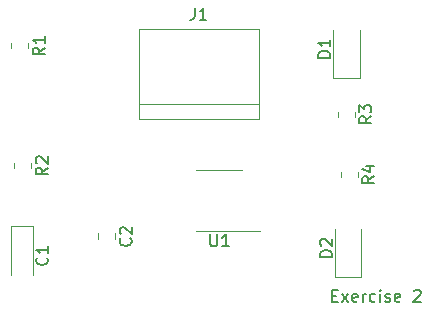
<source format=gbr>
%TF.GenerationSoftware,KiCad,Pcbnew,(6.0.10-0)*%
%TF.CreationDate,2023-02-17T09:13:00-08:00*%
%TF.ProjectId,lab4_Exercise2,6c616234-5f45-4786-9572-63697365322e,rev?*%
%TF.SameCoordinates,Original*%
%TF.FileFunction,Legend,Top*%
%TF.FilePolarity,Positive*%
%FSLAX46Y46*%
G04 Gerber Fmt 4.6, Leading zero omitted, Abs format (unit mm)*
G04 Created by KiCad (PCBNEW (6.0.10-0)) date 2023-02-17 09:13:00*
%MOMM*%
%LPD*%
G01*
G04 APERTURE LIST*
%ADD10C,0.150000*%
%ADD11C,0.120000*%
G04 APERTURE END LIST*
D10*
X156305714Y-98988571D02*
X156639047Y-98988571D01*
X156781904Y-99512380D02*
X156305714Y-99512380D01*
X156305714Y-98512380D01*
X156781904Y-98512380D01*
X157115238Y-99512380D02*
X157639047Y-98845714D01*
X157115238Y-98845714D02*
X157639047Y-99512380D01*
X158400952Y-99464761D02*
X158305714Y-99512380D01*
X158115238Y-99512380D01*
X158020000Y-99464761D01*
X157972380Y-99369523D01*
X157972380Y-98988571D01*
X158020000Y-98893333D01*
X158115238Y-98845714D01*
X158305714Y-98845714D01*
X158400952Y-98893333D01*
X158448571Y-98988571D01*
X158448571Y-99083809D01*
X157972380Y-99179047D01*
X158877142Y-99512380D02*
X158877142Y-98845714D01*
X158877142Y-99036190D02*
X158924761Y-98940952D01*
X158972380Y-98893333D01*
X159067619Y-98845714D01*
X159162857Y-98845714D01*
X159924761Y-99464761D02*
X159829523Y-99512380D01*
X159639047Y-99512380D01*
X159543809Y-99464761D01*
X159496190Y-99417142D01*
X159448571Y-99321904D01*
X159448571Y-99036190D01*
X159496190Y-98940952D01*
X159543809Y-98893333D01*
X159639047Y-98845714D01*
X159829523Y-98845714D01*
X159924761Y-98893333D01*
X160353333Y-99512380D02*
X160353333Y-98845714D01*
X160353333Y-98512380D02*
X160305714Y-98560000D01*
X160353333Y-98607619D01*
X160400952Y-98560000D01*
X160353333Y-98512380D01*
X160353333Y-98607619D01*
X160781904Y-99464761D02*
X160877142Y-99512380D01*
X161067619Y-99512380D01*
X161162857Y-99464761D01*
X161210476Y-99369523D01*
X161210476Y-99321904D01*
X161162857Y-99226666D01*
X161067619Y-99179047D01*
X160924761Y-99179047D01*
X160829523Y-99131428D01*
X160781904Y-99036190D01*
X160781904Y-98988571D01*
X160829523Y-98893333D01*
X160924761Y-98845714D01*
X161067619Y-98845714D01*
X161162857Y-98893333D01*
X162020000Y-99464761D02*
X161924761Y-99512380D01*
X161734285Y-99512380D01*
X161639047Y-99464761D01*
X161591428Y-99369523D01*
X161591428Y-98988571D01*
X161639047Y-98893333D01*
X161734285Y-98845714D01*
X161924761Y-98845714D01*
X162020000Y-98893333D01*
X162067619Y-98988571D01*
X162067619Y-99083809D01*
X161591428Y-99179047D01*
X163210476Y-98607619D02*
X163258095Y-98560000D01*
X163353333Y-98512380D01*
X163591428Y-98512380D01*
X163686666Y-98560000D01*
X163734285Y-98607619D01*
X163781904Y-98702857D01*
X163781904Y-98798095D01*
X163734285Y-98940952D01*
X163162857Y-99512380D01*
X163781904Y-99512380D01*
%TO.C,D1*%
X156112380Y-78848095D02*
X155112380Y-78848095D01*
X155112380Y-78610000D01*
X155160000Y-78467142D01*
X155255238Y-78371904D01*
X155350476Y-78324285D01*
X155540952Y-78276666D01*
X155683809Y-78276666D01*
X155874285Y-78324285D01*
X155969523Y-78371904D01*
X156064761Y-78467142D01*
X156112380Y-78610000D01*
X156112380Y-78848095D01*
X156112380Y-77324285D02*
X156112380Y-77895714D01*
X156112380Y-77610000D02*
X155112380Y-77610000D01*
X155255238Y-77705238D01*
X155350476Y-77800476D01*
X155398095Y-77895714D01*
%TO.C,R2*%
X132192380Y-88158410D02*
X131716190Y-88491744D01*
X132192380Y-88729839D02*
X131192380Y-88729839D01*
X131192380Y-88348886D01*
X131240000Y-88253648D01*
X131287619Y-88206029D01*
X131382857Y-88158410D01*
X131525714Y-88158410D01*
X131620952Y-88206029D01*
X131668571Y-88253648D01*
X131716190Y-88348886D01*
X131716190Y-88729839D01*
X131287619Y-87777458D02*
X131240000Y-87729839D01*
X131192380Y-87634601D01*
X131192380Y-87396505D01*
X131240000Y-87301267D01*
X131287619Y-87253648D01*
X131382857Y-87206029D01*
X131478095Y-87206029D01*
X131620952Y-87253648D01*
X132192380Y-87825077D01*
X132192380Y-87206029D01*
%TO.C,R4*%
X159832380Y-88896666D02*
X159356190Y-89230000D01*
X159832380Y-89468095D02*
X158832380Y-89468095D01*
X158832380Y-89087142D01*
X158880000Y-88991904D01*
X158927619Y-88944285D01*
X159022857Y-88896666D01*
X159165714Y-88896666D01*
X159260952Y-88944285D01*
X159308571Y-88991904D01*
X159356190Y-89087142D01*
X159356190Y-89468095D01*
X159165714Y-88039523D02*
X159832380Y-88039523D01*
X158784761Y-88277619D02*
X159499047Y-88515714D01*
X159499047Y-87896666D01*
%TO.C,R3*%
X159582380Y-83816666D02*
X159106190Y-84150000D01*
X159582380Y-84388095D02*
X158582380Y-84388095D01*
X158582380Y-84007142D01*
X158630000Y-83911904D01*
X158677619Y-83864285D01*
X158772857Y-83816666D01*
X158915714Y-83816666D01*
X159010952Y-83864285D01*
X159058571Y-83911904D01*
X159106190Y-84007142D01*
X159106190Y-84388095D01*
X158582380Y-83483333D02*
X158582380Y-82864285D01*
X158963333Y-83197619D01*
X158963333Y-83054761D01*
X159010952Y-82959523D01*
X159058571Y-82911904D01*
X159153809Y-82864285D01*
X159391904Y-82864285D01*
X159487142Y-82911904D01*
X159534761Y-82959523D01*
X159582380Y-83054761D01*
X159582380Y-83340476D01*
X159534761Y-83435714D01*
X159487142Y-83483333D01*
%TO.C,U1*%
X145968095Y-93804880D02*
X145968095Y-94614404D01*
X146015714Y-94709642D01*
X146063333Y-94757261D01*
X146158571Y-94804880D01*
X146349047Y-94804880D01*
X146444285Y-94757261D01*
X146491904Y-94709642D01*
X146539523Y-94614404D01*
X146539523Y-93804880D01*
X147539523Y-94804880D02*
X146968095Y-94804880D01*
X147253809Y-94804880D02*
X147253809Y-93804880D01*
X147158571Y-93947738D01*
X147063333Y-94042976D01*
X146968095Y-94090595D01*
%TO.C,R1*%
X131927380Y-77998410D02*
X131451190Y-78331744D01*
X131927380Y-78569839D02*
X130927380Y-78569839D01*
X130927380Y-78188886D01*
X130975000Y-78093648D01*
X131022619Y-78046029D01*
X131117857Y-77998410D01*
X131260714Y-77998410D01*
X131355952Y-78046029D01*
X131403571Y-78093648D01*
X131451190Y-78188886D01*
X131451190Y-78569839D01*
X131927380Y-77046029D02*
X131927380Y-77617458D01*
X131927380Y-77331744D02*
X130927380Y-77331744D01*
X131070238Y-77426982D01*
X131165476Y-77522220D01*
X131213095Y-77617458D01*
%TO.C,J1*%
X144636666Y-74632380D02*
X144636666Y-75346666D01*
X144589047Y-75489523D01*
X144493809Y-75584761D01*
X144350952Y-75632380D01*
X144255714Y-75632380D01*
X145636666Y-75632380D02*
X145065238Y-75632380D01*
X145350952Y-75632380D02*
X145350952Y-74632380D01*
X145255714Y-74775238D01*
X145160476Y-74870476D01*
X145065238Y-74918095D01*
%TO.C,D2*%
X156252380Y-95718095D02*
X155252380Y-95718095D01*
X155252380Y-95480000D01*
X155300000Y-95337142D01*
X155395238Y-95241904D01*
X155490476Y-95194285D01*
X155680952Y-95146666D01*
X155823809Y-95146666D01*
X156014285Y-95194285D01*
X156109523Y-95241904D01*
X156204761Y-95337142D01*
X156252380Y-95480000D01*
X156252380Y-95718095D01*
X155347619Y-94765714D02*
X155300000Y-94718095D01*
X155252380Y-94622857D01*
X155252380Y-94384761D01*
X155300000Y-94289523D01*
X155347619Y-94241904D01*
X155442857Y-94194285D01*
X155538095Y-94194285D01*
X155680952Y-94241904D01*
X156252380Y-94813333D01*
X156252380Y-94194285D01*
%TO.C,C1*%
X132132142Y-95778410D02*
X132179761Y-95826029D01*
X132227380Y-95968886D01*
X132227380Y-96064124D01*
X132179761Y-96206982D01*
X132084523Y-96302220D01*
X131989285Y-96349839D01*
X131798809Y-96397458D01*
X131655952Y-96397458D01*
X131465476Y-96349839D01*
X131370238Y-96302220D01*
X131275000Y-96206982D01*
X131227380Y-96064124D01*
X131227380Y-95968886D01*
X131275000Y-95826029D01*
X131322619Y-95778410D01*
X132227380Y-94826029D02*
X132227380Y-95397458D01*
X132227380Y-95111744D02*
X131227380Y-95111744D01*
X131370238Y-95206982D01*
X131465476Y-95302220D01*
X131513095Y-95397458D01*
%TO.C,C2*%
X139197142Y-94146666D02*
X139244761Y-94194285D01*
X139292380Y-94337142D01*
X139292380Y-94432380D01*
X139244761Y-94575238D01*
X139149523Y-94670476D01*
X139054285Y-94718095D01*
X138863809Y-94765714D01*
X138720952Y-94765714D01*
X138530476Y-94718095D01*
X138435238Y-94670476D01*
X138340000Y-94575238D01*
X138292380Y-94432380D01*
X138292380Y-94337142D01*
X138340000Y-94194285D01*
X138387619Y-94146666D01*
X138387619Y-93765714D02*
X138340000Y-93718095D01*
X138292380Y-93622857D01*
X138292380Y-93384761D01*
X138340000Y-93289523D01*
X138387619Y-93241904D01*
X138482857Y-93194285D01*
X138578095Y-93194285D01*
X138720952Y-93241904D01*
X139292380Y-93813333D01*
X139292380Y-93194285D01*
D11*
%TO.C,D1*%
X158615000Y-80570000D02*
X158615000Y-76510000D01*
X156345000Y-76510000D02*
X156345000Y-80570000D01*
X156345000Y-80570000D02*
X158615000Y-80570000D01*
%TO.C,R2*%
X130825000Y-87764680D02*
X130825000Y-88218808D01*
X129355000Y-87764680D02*
X129355000Y-88218808D01*
%TO.C,R4*%
X158465000Y-88502936D02*
X158465000Y-88957064D01*
X156995000Y-88502936D02*
X156995000Y-88957064D01*
%TO.C,R3*%
X156745000Y-83422936D02*
X156745000Y-83877064D01*
X158215000Y-83422936D02*
X158215000Y-83877064D01*
%TO.C,U1*%
X146730000Y-88392500D02*
X144780000Y-88392500D01*
X146730000Y-93512500D02*
X150180000Y-93512500D01*
X146730000Y-93512500D02*
X144780000Y-93512500D01*
X146730000Y-88392500D02*
X148680000Y-88392500D01*
%TO.C,R1*%
X129090000Y-77604680D02*
X129090000Y-78058808D01*
X130560000Y-77604680D02*
X130560000Y-78058808D01*
%TO.C,J1*%
X150050000Y-84070000D02*
X150050000Y-76450000D01*
X150050000Y-82800000D02*
X139890000Y-82800000D01*
X150050000Y-76450000D02*
X139890000Y-76450000D01*
X139890000Y-84070000D02*
X150050000Y-84070000D01*
X139890000Y-76450000D02*
X139890000Y-84070000D01*
%TO.C,D2*%
X156485000Y-93380000D02*
X156485000Y-97440000D01*
X158755000Y-97440000D02*
X158755000Y-93380000D01*
X156485000Y-97440000D02*
X158755000Y-97440000D01*
%TO.C,C1*%
X129090000Y-93126744D02*
X129090000Y-97211744D01*
X130960000Y-97211744D02*
X130960000Y-93126744D01*
X130960000Y-93126744D02*
X129090000Y-93126744D01*
%TO.C,C2*%
X137895000Y-93718748D02*
X137895000Y-94241252D01*
X136425000Y-93718748D02*
X136425000Y-94241252D01*
%TD*%
M02*

</source>
